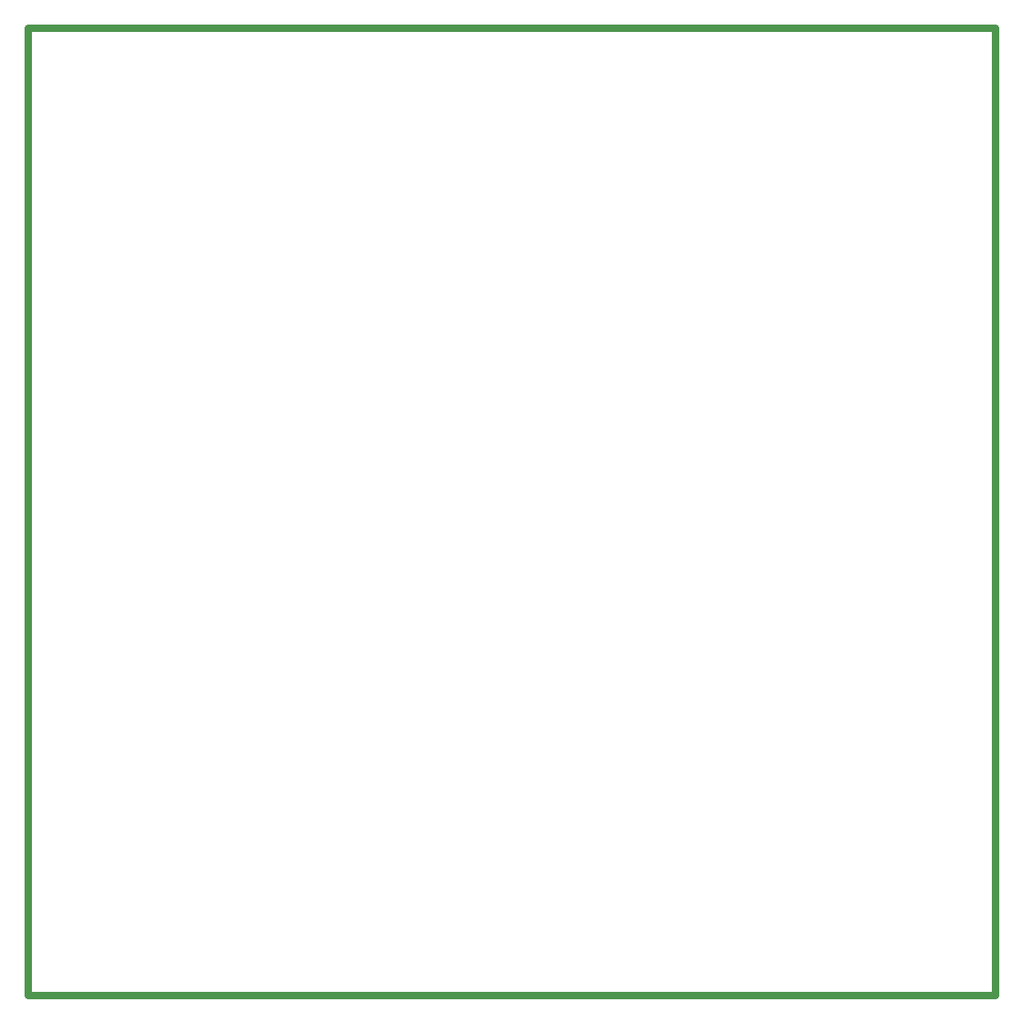
<source format=gko>
G04 Layer_Color=16711935*
%FSLAX24Y24*%
%MOIN*%
G70*
G01*
G75*
%ADD15C,0.0300*%
D15*
X12000Y50770D02*
X51370D01*
X12000Y11400D02*
X51370D01*
X12000D02*
Y50770D01*
X51370Y11400D02*
Y50770D01*
M02*

</source>
